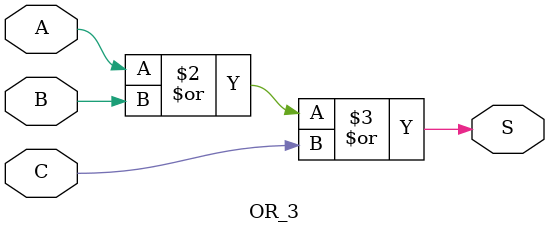
<source format=v>
module OR_3(S,A,B,C);
	input A,B,C;
	output reg S;
	always @*
		S = A|B|C;
endmodule
</source>
